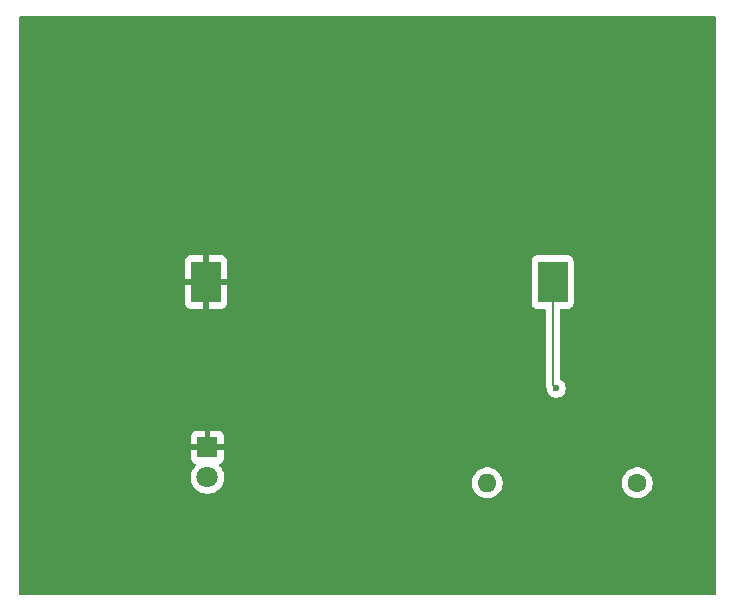
<source format=gbr>
%TF.GenerationSoftware,KiCad,Pcbnew,9.0.0*%
%TF.CreationDate,2025-03-14T14:05:31+03:00*%
%TF.ProjectId,getting-started,67657474-696e-4672-9d73-746172746564,0*%
%TF.SameCoordinates,Original*%
%TF.FileFunction,Copper,L2,Bot*%
%TF.FilePolarity,Positive*%
%FSLAX46Y46*%
G04 Gerber Fmt 4.6, Leading zero omitted, Abs format (unit mm)*
G04 Created by KiCad (PCBNEW 9.0.0) date 2025-03-14 14:05:31*
%MOMM*%
%LPD*%
G01*
G04 APERTURE LIST*
%TA.AperFunction,ComponentPad*%
%ADD10C,1.600000*%
%TD*%
%TA.AperFunction,ComponentPad*%
%ADD11O,1.600000X1.600000*%
%TD*%
%TA.AperFunction,ComponentPad*%
%ADD12R,1.800000X1.800000*%
%TD*%
%TA.AperFunction,ComponentPad*%
%ADD13C,1.800000*%
%TD*%
%TA.AperFunction,SMDPad,CuDef*%
%ADD14R,2.540000X3.510000*%
%TD*%
%TA.AperFunction,ViaPad*%
%ADD15C,0.600000*%
%TD*%
%TA.AperFunction,Conductor*%
%ADD16C,0.200000*%
%TD*%
%TA.AperFunction,Conductor*%
%ADD17C,0.250000*%
%TD*%
G04 APERTURE END LIST*
D10*
%TO.P,R1,1*%
%TO.N,VCC*%
X152850000Y-120000000D03*
D11*
%TO.P,R1,2*%
%TO.N,/led*%
X140150000Y-120000000D03*
%TD*%
D12*
%TO.P,D1,1,K*%
%TO.N,GND*%
X116460000Y-117000000D03*
D13*
%TO.P,D1,2,A*%
%TO.N,/led*%
X116460000Y-119540000D03*
%TD*%
D14*
%TO.P,BT1,1,+*%
%TO.N,VCC*%
X145680000Y-103000000D03*
%TO.P,BT1,2,-*%
%TO.N,GND*%
X116320000Y-103000000D03*
%TD*%
D15*
%TO.N,VCC*%
X146000000Y-112000000D03*
%TD*%
D16*
%TO.N,VCC*%
X146000000Y-112000000D02*
X145680000Y-111680000D01*
X145680000Y-111680000D02*
X145680000Y-103000000D01*
D17*
%TO.N,GND*%
X116320000Y-103000000D02*
X116320000Y-116860000D01*
X116320000Y-116860000D02*
X116460000Y-117000000D01*
%TD*%
%TA.AperFunction,Conductor*%
%TO.N,GND*%
G36*
X159442539Y-80520185D02*
G01*
X159488294Y-80572989D01*
X159499500Y-80624500D01*
X159499500Y-129375500D01*
X159479815Y-129442539D01*
X159427011Y-129488294D01*
X159375500Y-129499500D01*
X100624500Y-129499500D01*
X100557461Y-129479815D01*
X100511706Y-129427011D01*
X100500500Y-129375500D01*
X100500500Y-119429778D01*
X115059500Y-119429778D01*
X115059500Y-119650221D01*
X115093985Y-119867952D01*
X115162103Y-120077603D01*
X115162104Y-120077606D01*
X115262187Y-120274025D01*
X115391752Y-120452358D01*
X115391756Y-120452363D01*
X115547636Y-120608243D01*
X115547641Y-120608247D01*
X115648618Y-120681610D01*
X115725978Y-120737815D01*
X115854375Y-120803237D01*
X115922393Y-120837895D01*
X115922396Y-120837896D01*
X116027221Y-120871955D01*
X116132049Y-120906015D01*
X116349778Y-120940500D01*
X116349779Y-120940500D01*
X116570221Y-120940500D01*
X116570222Y-120940500D01*
X116787951Y-120906015D01*
X116997606Y-120837895D01*
X117194022Y-120737815D01*
X117372365Y-120608242D01*
X117528242Y-120452365D01*
X117657815Y-120274022D01*
X117757895Y-120077606D01*
X117816366Y-119897648D01*
X138849500Y-119897648D01*
X138849500Y-120102351D01*
X138881522Y-120304534D01*
X138944781Y-120499223D01*
X139037715Y-120681613D01*
X139158028Y-120847213D01*
X139302786Y-120991971D01*
X139457749Y-121104556D01*
X139468390Y-121112287D01*
X139584607Y-121171503D01*
X139650776Y-121205218D01*
X139650778Y-121205218D01*
X139650781Y-121205220D01*
X139755137Y-121239127D01*
X139845465Y-121268477D01*
X139946557Y-121284488D01*
X140047648Y-121300500D01*
X140047649Y-121300500D01*
X140252351Y-121300500D01*
X140252352Y-121300500D01*
X140454534Y-121268477D01*
X140649219Y-121205220D01*
X140831610Y-121112287D01*
X140924590Y-121044732D01*
X140997213Y-120991971D01*
X140997215Y-120991968D01*
X140997219Y-120991966D01*
X141141966Y-120847219D01*
X141141968Y-120847215D01*
X141141971Y-120847213D01*
X141221454Y-120737812D01*
X141262287Y-120681610D01*
X141355220Y-120499219D01*
X141418477Y-120304534D01*
X141450500Y-120102352D01*
X141450500Y-119897648D01*
X151549500Y-119897648D01*
X151549500Y-120102351D01*
X151581522Y-120304534D01*
X151644781Y-120499223D01*
X151737715Y-120681613D01*
X151858028Y-120847213D01*
X152002786Y-120991971D01*
X152157749Y-121104556D01*
X152168390Y-121112287D01*
X152284607Y-121171503D01*
X152350776Y-121205218D01*
X152350778Y-121205218D01*
X152350781Y-121205220D01*
X152455137Y-121239127D01*
X152545465Y-121268477D01*
X152646557Y-121284488D01*
X152747648Y-121300500D01*
X152747649Y-121300500D01*
X152952351Y-121300500D01*
X152952352Y-121300500D01*
X153154534Y-121268477D01*
X153349219Y-121205220D01*
X153531610Y-121112287D01*
X153624590Y-121044732D01*
X153697213Y-120991971D01*
X153697215Y-120991968D01*
X153697219Y-120991966D01*
X153841966Y-120847219D01*
X153841968Y-120847215D01*
X153841971Y-120847213D01*
X153921454Y-120737812D01*
X153962287Y-120681610D01*
X154055220Y-120499219D01*
X154118477Y-120304534D01*
X154150500Y-120102352D01*
X154150500Y-119897648D01*
X154118477Y-119695466D01*
X154055220Y-119500781D01*
X154055218Y-119500778D01*
X154055218Y-119500776D01*
X154019042Y-119429778D01*
X153962287Y-119318390D01*
X153954556Y-119307749D01*
X153841971Y-119152786D01*
X153697213Y-119008028D01*
X153531613Y-118887715D01*
X153531612Y-118887714D01*
X153531610Y-118887713D01*
X153474653Y-118858691D01*
X153349223Y-118794781D01*
X153154534Y-118731522D01*
X152979995Y-118703878D01*
X152952352Y-118699500D01*
X152747648Y-118699500D01*
X152723329Y-118703351D01*
X152545465Y-118731522D01*
X152350776Y-118794781D01*
X152168386Y-118887715D01*
X152002786Y-119008028D01*
X151858028Y-119152786D01*
X151737715Y-119318386D01*
X151644781Y-119500776D01*
X151581522Y-119695465D01*
X151549500Y-119897648D01*
X141450500Y-119897648D01*
X141418477Y-119695466D01*
X141355220Y-119500781D01*
X141355218Y-119500778D01*
X141355218Y-119500776D01*
X141319042Y-119429778D01*
X141262287Y-119318390D01*
X141254556Y-119307749D01*
X141141971Y-119152786D01*
X140997213Y-119008028D01*
X140831613Y-118887715D01*
X140831612Y-118887714D01*
X140831610Y-118887713D01*
X140774653Y-118858691D01*
X140649223Y-118794781D01*
X140454534Y-118731522D01*
X140279995Y-118703878D01*
X140252352Y-118699500D01*
X140047648Y-118699500D01*
X140023329Y-118703351D01*
X139845465Y-118731522D01*
X139650776Y-118794781D01*
X139468386Y-118887715D01*
X139302786Y-119008028D01*
X139158028Y-119152786D01*
X139037715Y-119318386D01*
X138944781Y-119500776D01*
X138881522Y-119695465D01*
X138849500Y-119897648D01*
X117816366Y-119897648D01*
X117826015Y-119867951D01*
X117860500Y-119650222D01*
X117860500Y-119429778D01*
X117826015Y-119212049D01*
X117757895Y-119002394D01*
X117757895Y-119002393D01*
X117723237Y-118934375D01*
X117657815Y-118805978D01*
X117580455Y-118699500D01*
X117528247Y-118627641D01*
X117528243Y-118627636D01*
X117477683Y-118577076D01*
X117444198Y-118515753D01*
X117449182Y-118446061D01*
X117491054Y-118390128D01*
X117522031Y-118373213D01*
X117602086Y-118343354D01*
X117602093Y-118343350D01*
X117717187Y-118257190D01*
X117717190Y-118257187D01*
X117803350Y-118142093D01*
X117803354Y-118142086D01*
X117853596Y-118007379D01*
X117853598Y-118007372D01*
X117859999Y-117947844D01*
X117860000Y-117947827D01*
X117860000Y-117250000D01*
X116835278Y-117250000D01*
X116879333Y-117173694D01*
X116910000Y-117059244D01*
X116910000Y-116940756D01*
X116879333Y-116826306D01*
X116835278Y-116750000D01*
X117860000Y-116750000D01*
X117860000Y-116052172D01*
X117859999Y-116052155D01*
X117853598Y-115992627D01*
X117853596Y-115992620D01*
X117803354Y-115857913D01*
X117803350Y-115857906D01*
X117717190Y-115742812D01*
X117717187Y-115742809D01*
X117602093Y-115656649D01*
X117602086Y-115656645D01*
X117467379Y-115606403D01*
X117467372Y-115606401D01*
X117407844Y-115600000D01*
X116710000Y-115600000D01*
X116710000Y-116624722D01*
X116633694Y-116580667D01*
X116519244Y-116550000D01*
X116400756Y-116550000D01*
X116286306Y-116580667D01*
X116210000Y-116624722D01*
X116210000Y-115600000D01*
X115512155Y-115600000D01*
X115452627Y-115606401D01*
X115452620Y-115606403D01*
X115317913Y-115656645D01*
X115317906Y-115656649D01*
X115202812Y-115742809D01*
X115202809Y-115742812D01*
X115116649Y-115857906D01*
X115116645Y-115857913D01*
X115066403Y-115992620D01*
X115066401Y-115992627D01*
X115060000Y-116052155D01*
X115060000Y-116750000D01*
X116084722Y-116750000D01*
X116040667Y-116826306D01*
X116010000Y-116940756D01*
X116010000Y-117059244D01*
X116040667Y-117173694D01*
X116084722Y-117250000D01*
X115060000Y-117250000D01*
X115060000Y-117947844D01*
X115066401Y-118007372D01*
X115066403Y-118007379D01*
X115116645Y-118142086D01*
X115116649Y-118142093D01*
X115202809Y-118257187D01*
X115202812Y-118257190D01*
X115317906Y-118343350D01*
X115317913Y-118343354D01*
X115397968Y-118373213D01*
X115453902Y-118415084D01*
X115478319Y-118480549D01*
X115463467Y-118548822D01*
X115442317Y-118577075D01*
X115391756Y-118627636D01*
X115391752Y-118627641D01*
X115262187Y-118805974D01*
X115162104Y-119002393D01*
X115162103Y-119002396D01*
X115093985Y-119212047D01*
X115059500Y-119429778D01*
X100500500Y-119429778D01*
X100500500Y-104802844D01*
X114550000Y-104802844D01*
X114556401Y-104862372D01*
X114556403Y-104862379D01*
X114606645Y-104997086D01*
X114606649Y-104997093D01*
X114692809Y-105112187D01*
X114692812Y-105112190D01*
X114807906Y-105198350D01*
X114807913Y-105198354D01*
X114942620Y-105248596D01*
X114942627Y-105248598D01*
X115002155Y-105254999D01*
X115002172Y-105255000D01*
X116070000Y-105255000D01*
X116570000Y-105255000D01*
X117637828Y-105255000D01*
X117637844Y-105254999D01*
X117697372Y-105248598D01*
X117697379Y-105248596D01*
X117832086Y-105198354D01*
X117832093Y-105198350D01*
X117947187Y-105112190D01*
X117947190Y-105112187D01*
X118033350Y-104997093D01*
X118033354Y-104997086D01*
X118083596Y-104862379D01*
X118083598Y-104862372D01*
X118089999Y-104802844D01*
X118090000Y-104802827D01*
X118090000Y-103250000D01*
X116570000Y-103250000D01*
X116570000Y-105255000D01*
X116070000Y-105255000D01*
X116070000Y-103250000D01*
X114550000Y-103250000D01*
X114550000Y-104802844D01*
X100500500Y-104802844D01*
X100500500Y-101197155D01*
X114550000Y-101197155D01*
X114550000Y-102750000D01*
X116070000Y-102750000D01*
X116570000Y-102750000D01*
X118090000Y-102750000D01*
X118090000Y-101197164D01*
X118089997Y-101197135D01*
X143909500Y-101197135D01*
X143909500Y-104802870D01*
X143909501Y-104802876D01*
X143915908Y-104862483D01*
X143966202Y-104997328D01*
X143966206Y-104997335D01*
X144052452Y-105112544D01*
X144052455Y-105112547D01*
X144167664Y-105198793D01*
X144167671Y-105198797D01*
X144212618Y-105215561D01*
X144302517Y-105249091D01*
X144362127Y-105255500D01*
X144955500Y-105255499D01*
X145022539Y-105275183D01*
X145068294Y-105327987D01*
X145079500Y-105379499D01*
X145079500Y-111593330D01*
X145079499Y-111593348D01*
X145079499Y-111759054D01*
X145079498Y-111759054D01*
X145079499Y-111759057D01*
X145120423Y-111911785D01*
X145120424Y-111911787D01*
X145120423Y-111911787D01*
X145125709Y-111920941D01*
X145125711Y-111920944D01*
X145182887Y-112019976D01*
X145197084Y-112072961D01*
X145198903Y-112072782D01*
X145199500Y-112078846D01*
X145230261Y-112233489D01*
X145230264Y-112233501D01*
X145290602Y-112379172D01*
X145290609Y-112379185D01*
X145378210Y-112510288D01*
X145378213Y-112510292D01*
X145489707Y-112621786D01*
X145489711Y-112621789D01*
X145620814Y-112709390D01*
X145620827Y-112709397D01*
X145766498Y-112769735D01*
X145766503Y-112769737D01*
X145921153Y-112800499D01*
X145921156Y-112800500D01*
X145921158Y-112800500D01*
X146078844Y-112800500D01*
X146078845Y-112800499D01*
X146233497Y-112769737D01*
X146379179Y-112709394D01*
X146510289Y-112621789D01*
X146621789Y-112510289D01*
X146709394Y-112379179D01*
X146769737Y-112233497D01*
X146800500Y-112078842D01*
X146800500Y-111921158D01*
X146800500Y-111921155D01*
X146800499Y-111921153D01*
X146769738Y-111766510D01*
X146769737Y-111766503D01*
X146766652Y-111759054D01*
X146709397Y-111620827D01*
X146709390Y-111620814D01*
X146621789Y-111489711D01*
X146621786Y-111489707D01*
X146510292Y-111378213D01*
X146510288Y-111378210D01*
X146379185Y-111290609D01*
X146379170Y-111290601D01*
X146357046Y-111281437D01*
X146302643Y-111237596D01*
X146280579Y-111171301D01*
X146280500Y-111166877D01*
X146280500Y-105379499D01*
X146300185Y-105312460D01*
X146352989Y-105266705D01*
X146404500Y-105255499D01*
X146997871Y-105255499D01*
X146997872Y-105255499D01*
X147057483Y-105249091D01*
X147192331Y-105198796D01*
X147307546Y-105112546D01*
X147393796Y-104997331D01*
X147444091Y-104862483D01*
X147450500Y-104802873D01*
X147450499Y-101197128D01*
X147444091Y-101137517D01*
X147393884Y-101002906D01*
X147393797Y-101002671D01*
X147393793Y-101002664D01*
X147307547Y-100887455D01*
X147307544Y-100887452D01*
X147192335Y-100801206D01*
X147192328Y-100801202D01*
X147057482Y-100750908D01*
X147057483Y-100750908D01*
X146997883Y-100744501D01*
X146997881Y-100744500D01*
X146997873Y-100744500D01*
X146997864Y-100744500D01*
X144362129Y-100744500D01*
X144362123Y-100744501D01*
X144302516Y-100750908D01*
X144167671Y-100801202D01*
X144167664Y-100801206D01*
X144052455Y-100887452D01*
X144052452Y-100887455D01*
X143966206Y-101002664D01*
X143966202Y-101002671D01*
X143915908Y-101137517D01*
X143909501Y-101197116D01*
X143909501Y-101197123D01*
X143909500Y-101197135D01*
X118089997Y-101197135D01*
X118083598Y-101137627D01*
X118083596Y-101137620D01*
X118033354Y-101002913D01*
X118033350Y-101002906D01*
X117947190Y-100887812D01*
X117947187Y-100887809D01*
X117832093Y-100801649D01*
X117832086Y-100801645D01*
X117697379Y-100751403D01*
X117697372Y-100751401D01*
X117637844Y-100745000D01*
X116570000Y-100745000D01*
X116570000Y-102750000D01*
X116070000Y-102750000D01*
X116070000Y-100745000D01*
X115002155Y-100745000D01*
X114942627Y-100751401D01*
X114942620Y-100751403D01*
X114807913Y-100801645D01*
X114807906Y-100801649D01*
X114692812Y-100887809D01*
X114692809Y-100887812D01*
X114606649Y-101002906D01*
X114606645Y-101002913D01*
X114556403Y-101137620D01*
X114556401Y-101137627D01*
X114550000Y-101197155D01*
X100500500Y-101197155D01*
X100500500Y-80624500D01*
X100520185Y-80557461D01*
X100572989Y-80511706D01*
X100624500Y-80500500D01*
X159375500Y-80500500D01*
X159442539Y-80520185D01*
G37*
%TD.AperFunction*%
%TD*%
M02*

</source>
